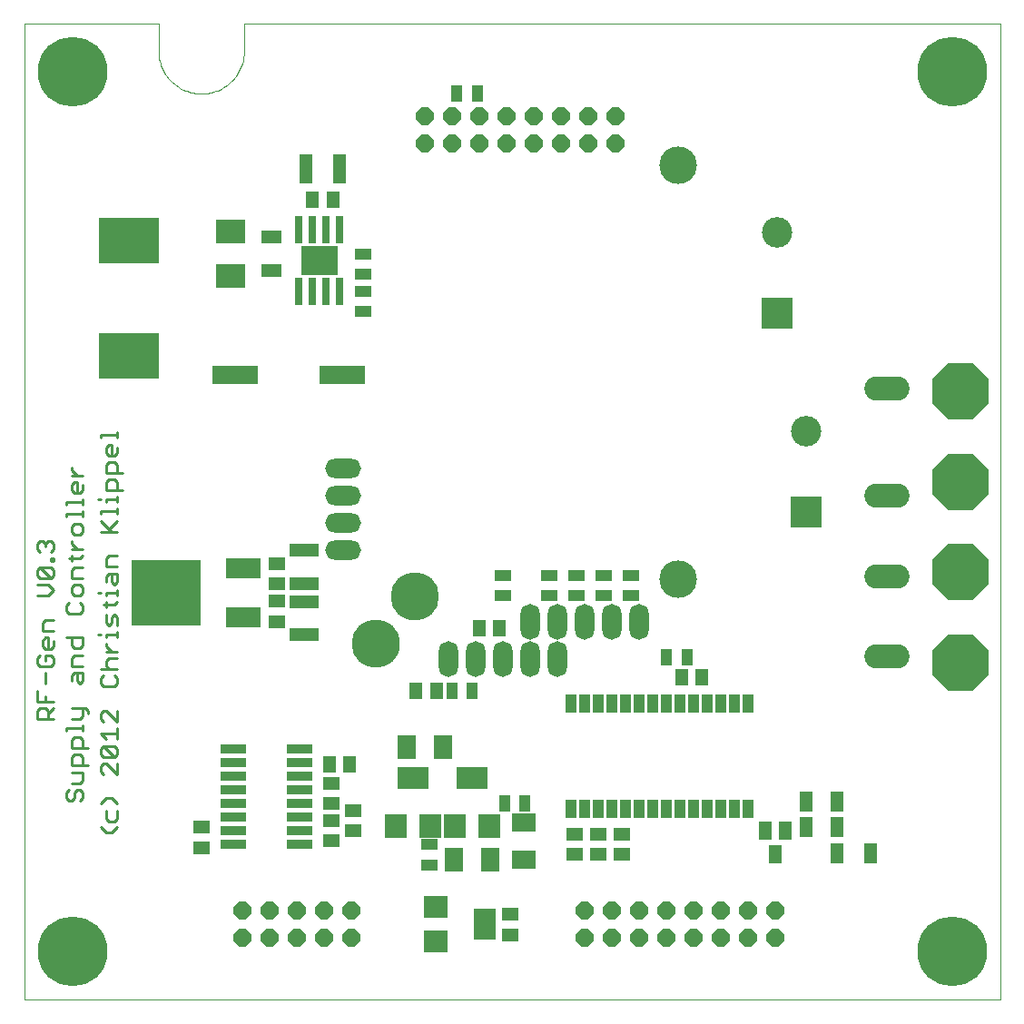
<source format=gts>
G75*
G70*
%OFA0B0*%
%FSLAX24Y24*%
%IPPOS*%
%LPD*%
%AMOC8*
5,1,8,0,0,1.08239X$1,22.5*
%
%ADD10C,0.0000*%
%ADD11C,0.1772*%
%ADD12C,0.1378*%
%ADD13C,0.0100*%
%ADD14O,0.1654X0.0886*%
%ADD15R,0.1118X0.1118*%
%ADD16C,0.1118*%
%ADD17R,0.0315X0.0984*%
%ADD18R,0.1339X0.1063*%
%ADD19R,0.2244X0.1693*%
%ADD20R,0.0748X0.0472*%
%ADD21R,0.0630X0.0394*%
%ADD22R,0.0472X0.1102*%
%ADD23R,0.1102X0.0906*%
%ADD24R,0.0472X0.0630*%
%ADD25R,0.1693X0.0709*%
%ADD26R,0.1102X0.0472*%
%ADD27R,0.0630X0.0472*%
%ADD28C,0.2559*%
%ADD29R,0.0394X0.0709*%
%ADD30O,0.0718X0.1318*%
%ADD31R,0.0394X0.0630*%
%ADD32R,0.0472X0.0748*%
%ADD33R,0.0512X0.0669*%
%ADD34R,0.0906X0.0827*%
%ADD35R,0.0827X0.1142*%
%ADD36R,0.0918X0.0378*%
%ADD37R,0.0827X0.0906*%
%ADD38R,0.1142X0.0827*%
%ADD39OC8,0.2087*%
%ADD40OC8,0.0658*%
%ADD41R,0.0709X0.0906*%
%ADD42R,0.0906X0.0709*%
%ADD43O,0.1318X0.0718*%
%ADD44R,0.1299X0.0748*%
%ADD45R,0.2559X0.2402*%
D10*
X001930Y001930D02*
X001930Y037757D01*
X006851Y037757D01*
X006851Y036772D01*
X006853Y036695D01*
X006859Y036618D01*
X006868Y036541D01*
X006881Y036465D01*
X006898Y036389D01*
X006919Y036315D01*
X006943Y036241D01*
X006971Y036169D01*
X007002Y036099D01*
X007037Y036030D01*
X007075Y035962D01*
X007116Y035897D01*
X007161Y035834D01*
X007209Y035773D01*
X007259Y035714D01*
X007312Y035658D01*
X007368Y035605D01*
X007427Y035555D01*
X007488Y035507D01*
X007551Y035462D01*
X007616Y035421D01*
X007684Y035383D01*
X007753Y035348D01*
X007823Y035317D01*
X007895Y035289D01*
X007969Y035265D01*
X008043Y035244D01*
X008119Y035227D01*
X008195Y035214D01*
X008272Y035205D01*
X008349Y035199D01*
X008426Y035197D01*
X008503Y035199D01*
X008580Y035205D01*
X008657Y035214D01*
X008733Y035227D01*
X008809Y035244D01*
X008883Y035265D01*
X008957Y035289D01*
X009029Y035317D01*
X009099Y035348D01*
X009168Y035383D01*
X009236Y035421D01*
X009301Y035462D01*
X009364Y035507D01*
X009425Y035555D01*
X009484Y035605D01*
X009540Y035658D01*
X009593Y035714D01*
X009643Y035773D01*
X009691Y035834D01*
X009736Y035897D01*
X009777Y035962D01*
X009815Y036030D01*
X009850Y036099D01*
X009881Y036169D01*
X009909Y036241D01*
X009933Y036315D01*
X009954Y036389D01*
X009971Y036465D01*
X009984Y036541D01*
X009993Y036618D01*
X009999Y036695D01*
X010001Y036772D01*
X010001Y037757D01*
X037757Y037757D01*
X037757Y001930D01*
X001930Y001930D01*
X014018Y015002D02*
X014021Y015077D01*
X014032Y015152D01*
X014049Y015225D01*
X014072Y015297D01*
X014102Y015366D01*
X014138Y015432D01*
X014180Y015494D01*
X014228Y015553D01*
X014281Y015606D01*
X014338Y015655D01*
X014399Y015699D01*
X014465Y015736D01*
X014533Y015768D01*
X014604Y015793D01*
X014677Y015812D01*
X014751Y015824D01*
X014826Y015829D01*
X014901Y015827D01*
X014976Y015819D01*
X015050Y015803D01*
X015122Y015781D01*
X015192Y015753D01*
X015258Y015718D01*
X015322Y015678D01*
X015381Y015631D01*
X015436Y015580D01*
X015487Y015524D01*
X015531Y015463D01*
X015570Y015399D01*
X015604Y015331D01*
X015630Y015261D01*
X015651Y015189D01*
X015664Y015115D01*
X015671Y015040D01*
X015671Y014964D01*
X015664Y014889D01*
X015651Y014815D01*
X015630Y014743D01*
X015604Y014673D01*
X015570Y014605D01*
X015531Y014541D01*
X015487Y014480D01*
X015436Y014424D01*
X015381Y014373D01*
X015322Y014326D01*
X015259Y014286D01*
X015192Y014251D01*
X015122Y014223D01*
X015050Y014201D01*
X014976Y014185D01*
X014901Y014177D01*
X014826Y014175D01*
X014751Y014180D01*
X014677Y014192D01*
X014604Y014211D01*
X014533Y014236D01*
X014465Y014268D01*
X014399Y014305D01*
X014338Y014349D01*
X014281Y014398D01*
X014228Y014451D01*
X014180Y014510D01*
X014138Y014572D01*
X014102Y014638D01*
X014072Y014707D01*
X014049Y014779D01*
X014032Y014852D01*
X014021Y014927D01*
X014018Y015002D01*
X015425Y016720D02*
X015428Y016795D01*
X015439Y016870D01*
X015456Y016943D01*
X015479Y017015D01*
X015509Y017084D01*
X015545Y017150D01*
X015587Y017212D01*
X015635Y017271D01*
X015688Y017324D01*
X015745Y017373D01*
X015806Y017417D01*
X015872Y017454D01*
X015940Y017486D01*
X016011Y017511D01*
X016084Y017530D01*
X016158Y017542D01*
X016233Y017547D01*
X016308Y017545D01*
X016383Y017537D01*
X016457Y017521D01*
X016529Y017499D01*
X016599Y017471D01*
X016665Y017436D01*
X016729Y017396D01*
X016788Y017349D01*
X016843Y017298D01*
X016894Y017242D01*
X016938Y017181D01*
X016977Y017117D01*
X017011Y017049D01*
X017037Y016979D01*
X017058Y016907D01*
X017071Y016833D01*
X017078Y016758D01*
X017078Y016682D01*
X017071Y016607D01*
X017058Y016533D01*
X017037Y016461D01*
X017011Y016391D01*
X016977Y016323D01*
X016938Y016259D01*
X016894Y016198D01*
X016843Y016142D01*
X016788Y016091D01*
X016729Y016044D01*
X016666Y016004D01*
X016599Y015969D01*
X016529Y015941D01*
X016457Y015919D01*
X016383Y015903D01*
X016308Y015895D01*
X016233Y015893D01*
X016158Y015898D01*
X016084Y015910D01*
X016011Y015929D01*
X015940Y015954D01*
X015872Y015986D01*
X015806Y016023D01*
X015745Y016067D01*
X015688Y016116D01*
X015635Y016169D01*
X015587Y016228D01*
X015545Y016290D01*
X015509Y016356D01*
X015479Y016425D01*
X015456Y016497D01*
X015439Y016570D01*
X015428Y016645D01*
X015425Y016720D01*
X025309Y017377D02*
X025312Y017434D01*
X025319Y017491D01*
X025332Y017547D01*
X025350Y017601D01*
X025373Y017654D01*
X025401Y017704D01*
X025433Y017752D01*
X025469Y017796D01*
X025509Y017837D01*
X025553Y017875D01*
X025599Y017908D01*
X025649Y017936D01*
X025701Y017960D01*
X025755Y017980D01*
X025811Y017994D01*
X025867Y018003D01*
X025925Y018007D01*
X025982Y018006D01*
X026039Y017999D01*
X026095Y017987D01*
X026150Y017971D01*
X026203Y017949D01*
X026254Y017923D01*
X026302Y017892D01*
X026348Y017857D01*
X026390Y017817D01*
X026428Y017775D01*
X026462Y017728D01*
X026492Y017679D01*
X026517Y017628D01*
X026537Y017574D01*
X026553Y017519D01*
X026563Y017463D01*
X026568Y017406D01*
X026568Y017348D01*
X026563Y017291D01*
X026553Y017235D01*
X026537Y017180D01*
X026517Y017126D01*
X026492Y017075D01*
X026462Y017026D01*
X026428Y016979D01*
X026390Y016937D01*
X026348Y016897D01*
X026302Y016862D01*
X026254Y016831D01*
X026203Y016805D01*
X026150Y016783D01*
X026095Y016767D01*
X026039Y016755D01*
X025982Y016748D01*
X025925Y016747D01*
X025867Y016751D01*
X025811Y016760D01*
X025755Y016774D01*
X025701Y016794D01*
X025649Y016818D01*
X025599Y016846D01*
X025553Y016879D01*
X025509Y016917D01*
X025469Y016958D01*
X025433Y017002D01*
X025401Y017050D01*
X025373Y017100D01*
X025350Y017153D01*
X025332Y017207D01*
X025319Y017263D01*
X025312Y017320D01*
X025309Y017377D01*
X025309Y032564D02*
X025312Y032621D01*
X025319Y032678D01*
X025332Y032734D01*
X025350Y032788D01*
X025373Y032841D01*
X025401Y032891D01*
X025433Y032939D01*
X025469Y032983D01*
X025509Y033024D01*
X025553Y033062D01*
X025599Y033095D01*
X025649Y033123D01*
X025701Y033147D01*
X025755Y033167D01*
X025811Y033181D01*
X025867Y033190D01*
X025925Y033194D01*
X025982Y033193D01*
X026039Y033186D01*
X026095Y033174D01*
X026150Y033158D01*
X026203Y033136D01*
X026254Y033110D01*
X026302Y033079D01*
X026348Y033044D01*
X026390Y033004D01*
X026428Y032962D01*
X026462Y032915D01*
X026492Y032866D01*
X026517Y032815D01*
X026537Y032761D01*
X026553Y032706D01*
X026563Y032650D01*
X026568Y032593D01*
X026568Y032535D01*
X026563Y032478D01*
X026553Y032422D01*
X026537Y032367D01*
X026517Y032313D01*
X026492Y032262D01*
X026462Y032213D01*
X026428Y032166D01*
X026390Y032124D01*
X026348Y032084D01*
X026302Y032049D01*
X026254Y032018D01*
X026203Y031992D01*
X026150Y031970D01*
X026095Y031954D01*
X026039Y031942D01*
X025982Y031935D01*
X025925Y031934D01*
X025867Y031938D01*
X025811Y031947D01*
X025755Y031961D01*
X025701Y031981D01*
X025649Y032005D01*
X025599Y032033D01*
X025553Y032066D01*
X025509Y032104D01*
X025469Y032145D01*
X025433Y032189D01*
X025401Y032237D01*
X025373Y032287D01*
X025350Y032340D01*
X025332Y032394D01*
X025319Y032450D01*
X025312Y032507D01*
X025309Y032564D01*
D11*
X016252Y016720D03*
X014845Y015002D03*
D12*
X025939Y017377D03*
X025939Y032564D03*
D13*
X005326Y022754D02*
X005326Y022553D01*
X005326Y022653D02*
X004726Y022653D01*
X004726Y022553D01*
X005026Y022309D02*
X004926Y022209D01*
X004926Y022009D01*
X005026Y021909D01*
X005226Y021909D01*
X005326Y022009D01*
X005326Y022209D01*
X005126Y022309D02*
X005126Y021909D01*
X005026Y021665D02*
X005226Y021665D01*
X005326Y021565D01*
X005326Y021264D01*
X005527Y021264D02*
X004926Y021264D01*
X004926Y021565D01*
X005026Y021665D01*
X005026Y022309D02*
X005126Y022309D01*
X004077Y021163D02*
X003676Y021163D01*
X003676Y021363D02*
X003676Y021463D01*
X003676Y021363D02*
X003876Y021163D01*
X003876Y020919D02*
X003876Y020518D01*
X003776Y020518D02*
X003676Y020618D01*
X003676Y020819D01*
X003776Y020919D01*
X003876Y020919D01*
X004077Y020819D02*
X004077Y020618D01*
X003977Y020518D01*
X003776Y020518D01*
X004077Y020289D02*
X004077Y020089D01*
X004077Y020189D02*
X003476Y020189D01*
X003476Y020089D01*
X003476Y019759D02*
X004077Y019759D01*
X004077Y019659D02*
X004077Y019859D01*
X004726Y019860D02*
X004726Y019760D01*
X004726Y019860D02*
X005326Y019860D01*
X005326Y019760D02*
X005326Y019961D01*
X005326Y020190D02*
X005326Y020390D01*
X005326Y020290D02*
X004926Y020290D01*
X004926Y020190D01*
X004726Y020290D02*
X004626Y020290D01*
X004926Y020620D02*
X004926Y020920D01*
X005026Y021020D01*
X005226Y021020D01*
X005326Y020920D01*
X005326Y020620D01*
X005527Y020620D02*
X004926Y020620D01*
X004726Y019516D02*
X005126Y019116D01*
X005026Y019216D02*
X005326Y019516D01*
X005326Y019116D02*
X004726Y019116D01*
X004077Y019114D02*
X003977Y019014D01*
X003776Y019014D01*
X003676Y019114D01*
X003676Y019315D01*
X003776Y019415D01*
X003977Y019415D01*
X004077Y019315D01*
X004077Y019114D01*
X003676Y018778D02*
X003676Y018677D01*
X003876Y018477D01*
X003676Y018477D02*
X004077Y018477D01*
X004077Y018248D02*
X003977Y018148D01*
X003576Y018148D01*
X003676Y018048D02*
X003676Y018248D01*
X003776Y017803D02*
X004077Y017803D01*
X003776Y017803D02*
X003676Y017703D01*
X003676Y017403D01*
X004077Y017403D01*
X003977Y017159D02*
X003776Y017159D01*
X003676Y017059D01*
X003676Y016859D01*
X003776Y016759D01*
X003977Y016759D01*
X004077Y016859D01*
X004077Y017059D01*
X003977Y017159D01*
X004626Y016853D02*
X004726Y016853D01*
X004926Y016853D02*
X005326Y016853D01*
X005326Y016753D02*
X005326Y016953D01*
X005226Y017182D02*
X005126Y017282D01*
X005126Y017583D01*
X005026Y017583D02*
X005326Y017583D01*
X005326Y017282D01*
X005226Y017182D01*
X004926Y017282D02*
X004926Y017483D01*
X005026Y017583D01*
X004926Y017827D02*
X004926Y018127D01*
X005026Y018227D01*
X005326Y018227D01*
X005326Y017827D02*
X004926Y017827D01*
X004926Y016853D02*
X004926Y016753D01*
X004926Y016523D02*
X004926Y016323D01*
X004826Y016423D02*
X005226Y016423D01*
X005326Y016523D01*
X005226Y016079D02*
X005126Y015979D01*
X005126Y015778D01*
X005026Y015678D01*
X004926Y015778D01*
X004926Y016079D01*
X005226Y016079D02*
X005326Y015979D01*
X005326Y015678D01*
X005326Y015449D02*
X005326Y015249D01*
X005326Y015349D02*
X004926Y015349D01*
X004926Y015249D01*
X004726Y015349D02*
X004626Y015349D01*
X004926Y015012D02*
X004926Y014912D01*
X005126Y014712D01*
X005326Y014712D02*
X004926Y014712D01*
X005026Y014467D02*
X005326Y014467D01*
X005026Y014467D02*
X004926Y014367D01*
X004926Y014167D01*
X005026Y014067D01*
X004726Y014067D02*
X005326Y014067D01*
X005226Y013823D02*
X005326Y013723D01*
X005326Y013523D01*
X005226Y013423D01*
X004826Y013423D01*
X004726Y013523D01*
X004726Y013723D01*
X004826Y013823D01*
X004077Y013936D02*
X004077Y013636D01*
X003977Y013536D01*
X003876Y013636D01*
X003876Y013936D01*
X003776Y013936D02*
X004077Y013936D01*
X004077Y014180D02*
X003676Y014180D01*
X003676Y014481D01*
X003776Y014581D01*
X004077Y014581D01*
X003977Y014825D02*
X003776Y014825D01*
X003676Y014925D01*
X003676Y015225D01*
X003476Y015225D02*
X004077Y015225D01*
X004077Y014925D01*
X003977Y014825D01*
X003776Y013936D02*
X003676Y013836D01*
X003676Y013636D01*
X003014Y014273D02*
X003014Y014473D01*
X002914Y014573D01*
X002714Y014573D01*
X002714Y014373D01*
X002514Y014573D02*
X002414Y014473D01*
X002414Y014273D01*
X002514Y014173D01*
X002914Y014173D01*
X003014Y014273D01*
X002714Y013928D02*
X002714Y013528D01*
X002414Y013284D02*
X002414Y012884D01*
X003014Y012884D01*
X003014Y012639D02*
X002814Y012439D01*
X002814Y012539D02*
X002814Y012239D01*
X003014Y012239D02*
X002414Y012239D01*
X002414Y012539D01*
X002514Y012639D01*
X002714Y012639D01*
X002814Y012539D01*
X002714Y012884D02*
X002714Y013084D01*
X003476Y011917D02*
X004077Y011917D01*
X004077Y011817D02*
X004077Y012017D01*
X003977Y012247D02*
X004077Y012347D01*
X004077Y012647D01*
X004177Y012647D02*
X004277Y012547D01*
X004277Y012447D01*
X004177Y012647D02*
X003676Y012647D01*
X003676Y012247D02*
X003977Y012247D01*
X003977Y011573D02*
X003776Y011573D01*
X003676Y011473D01*
X003676Y011173D01*
X004277Y011173D01*
X004077Y011173D02*
X004077Y011473D01*
X003977Y011573D01*
X004726Y011689D02*
X005326Y011689D01*
X005326Y011489D02*
X005326Y011889D01*
X005326Y012134D02*
X004926Y012534D01*
X004826Y012534D01*
X004726Y012434D01*
X004726Y012234D01*
X004826Y012134D01*
X004726Y011689D02*
X004926Y011489D01*
X004826Y011245D02*
X005226Y010844D01*
X005326Y010945D01*
X005326Y011145D01*
X005226Y011245D01*
X004826Y011245D01*
X004726Y011145D01*
X004726Y010945D01*
X004826Y010844D01*
X005226Y010844D01*
X005326Y010600D02*
X005326Y010200D01*
X004926Y010600D01*
X004826Y010600D01*
X004726Y010500D01*
X004726Y010300D01*
X004826Y010200D01*
X004277Y010528D02*
X003676Y010528D01*
X003676Y010828D01*
X003776Y010928D01*
X003977Y010928D01*
X004077Y010828D01*
X004077Y010528D01*
X004077Y010284D02*
X003676Y010284D01*
X003676Y009884D02*
X003977Y009884D01*
X004077Y009984D01*
X004077Y010284D01*
X003977Y009639D02*
X003876Y009639D01*
X003776Y009539D01*
X003776Y009339D01*
X003676Y009239D01*
X003576Y009239D01*
X003476Y009339D01*
X003476Y009539D01*
X003576Y009639D01*
X003977Y009639D02*
X004077Y009539D01*
X004077Y009339D01*
X003977Y009239D01*
X004726Y009126D02*
X004926Y009326D01*
X005126Y009326D01*
X005326Y009126D01*
X005326Y008881D02*
X005326Y008581D01*
X005226Y008481D01*
X005026Y008481D01*
X004926Y008581D01*
X004926Y008881D01*
X004726Y008252D02*
X004926Y008051D01*
X005126Y008051D01*
X005326Y008252D01*
X003476Y011817D02*
X003476Y011917D01*
X005326Y012134D02*
X005326Y012534D01*
X003014Y014917D02*
X002914Y014817D01*
X002714Y014817D01*
X002614Y014917D01*
X002614Y015117D01*
X002714Y015218D01*
X002814Y015218D01*
X002814Y014817D01*
X003014Y014917D02*
X003014Y015117D01*
X003014Y015462D02*
X002614Y015462D01*
X002614Y015762D01*
X002714Y015862D01*
X003014Y015862D01*
X003476Y016214D02*
X003576Y016114D01*
X003977Y016114D01*
X004077Y016214D01*
X004077Y016414D01*
X003977Y016514D01*
X003576Y016514D02*
X003476Y016414D01*
X003476Y016214D01*
X002814Y016751D02*
X002414Y016751D01*
X002814Y016751D02*
X003014Y016951D01*
X002814Y017151D01*
X002414Y017151D01*
X002514Y017395D02*
X002414Y017495D01*
X002414Y017696D01*
X002514Y017796D01*
X002914Y017395D01*
X003014Y017495D01*
X003014Y017696D01*
X002914Y017796D01*
X002514Y017796D01*
X002514Y017395D02*
X002914Y017395D01*
X002914Y018040D02*
X002914Y018140D01*
X003014Y018140D01*
X003014Y018040D01*
X002914Y018040D01*
X002914Y018362D02*
X003014Y018462D01*
X003014Y018662D01*
X002914Y018762D01*
X002814Y018762D01*
X002714Y018662D01*
X002714Y018562D01*
X002714Y018662D02*
X002614Y018762D01*
X002514Y018762D01*
X002414Y018662D01*
X002414Y018462D01*
X002514Y018362D01*
X003476Y019659D02*
X003476Y019759D01*
D14*
X033615Y020423D03*
X033615Y017471D03*
X033615Y014518D03*
X033615Y024360D03*
D15*
X029564Y027150D03*
X030627Y019838D03*
D16*
X030627Y022790D03*
X029564Y030103D03*
D17*
X013502Y030206D03*
X013002Y030206D03*
X012502Y030206D03*
X012002Y030206D03*
X012002Y027922D03*
X012502Y027922D03*
X013002Y027922D03*
X013502Y027922D03*
D18*
X012752Y029064D03*
D19*
X005752Y029815D03*
X005752Y025563D03*
D20*
X011002Y028704D03*
X011002Y029924D03*
D21*
X014377Y029313D03*
X014377Y028565D03*
X014377Y027938D03*
X014377Y027190D03*
X019502Y017501D03*
X019502Y016753D03*
X021189Y016753D03*
X021189Y017501D03*
X022189Y017501D03*
X022189Y016753D03*
X023189Y016753D03*
X023189Y017501D03*
X024189Y017501D03*
X024189Y016753D03*
X016814Y007626D03*
X016814Y006878D03*
D22*
X013487Y032439D03*
X012266Y032439D03*
D23*
X009502Y030141D03*
X009502Y028487D03*
D24*
X012503Y031314D03*
X013251Y031314D03*
X018628Y015564D03*
X019376Y015564D03*
X017063Y013252D03*
X016315Y013252D03*
X013876Y010564D03*
X013128Y010564D03*
X026065Y013752D03*
X026813Y013752D03*
D25*
X013595Y024877D03*
X009658Y024877D03*
D26*
X012189Y018424D03*
X012189Y017204D03*
X012189Y016549D03*
X012189Y015329D03*
D27*
X011189Y015815D03*
X011189Y016563D03*
X011189Y017190D03*
X011189Y017938D03*
X013189Y009876D03*
X013189Y009128D03*
X013189Y008501D03*
X013189Y007753D03*
X014002Y008128D03*
X014002Y008876D03*
X008439Y008251D03*
X008439Y007503D03*
X019752Y005063D03*
X019752Y004315D03*
X022127Y007253D03*
X022127Y008001D03*
X023002Y008001D03*
X023002Y007253D03*
X023877Y007253D03*
X023877Y008001D03*
D28*
X035985Y003701D03*
X003701Y003701D03*
X003701Y035985D03*
X035985Y035985D03*
D29*
X028502Y012814D03*
X028002Y012814D03*
X027502Y012814D03*
X027002Y012814D03*
X026502Y012814D03*
X026002Y012814D03*
X025502Y012814D03*
X025002Y012814D03*
X024502Y012814D03*
X024002Y012814D03*
X023502Y012814D03*
X023002Y012814D03*
X022502Y012814D03*
X022002Y012814D03*
X022002Y008939D03*
X022502Y008939D03*
X023002Y008939D03*
X023502Y008939D03*
X024002Y008939D03*
X024502Y008939D03*
X025002Y008939D03*
X025502Y008939D03*
X026002Y008939D03*
X026502Y008939D03*
X027002Y008939D03*
X027502Y008939D03*
X028002Y008939D03*
X028502Y008939D03*
D30*
X024502Y015814D03*
X023502Y015814D03*
X022502Y015814D03*
X021502Y015814D03*
X020502Y015814D03*
X020502Y014439D03*
X019502Y014439D03*
X018502Y014439D03*
X017502Y014439D03*
X021502Y014439D03*
D31*
X018376Y013252D03*
X017628Y013252D03*
X019565Y009127D03*
X020313Y009127D03*
X025503Y014502D03*
X026251Y014502D03*
X018563Y035189D03*
X017815Y035189D03*
D32*
X030618Y009189D03*
X030618Y008252D03*
X031760Y008252D03*
X031766Y007314D03*
X032987Y007314D03*
X031760Y009189D03*
D33*
X029876Y008122D03*
X029128Y008122D03*
X029502Y007256D03*
D34*
X017050Y005319D03*
X017050Y004059D03*
D35*
X018821Y004689D03*
D36*
X012024Y007627D03*
X012024Y008127D03*
X012024Y008627D03*
X012024Y009127D03*
X012024Y009627D03*
X012024Y010127D03*
X012024Y010627D03*
X012024Y011127D03*
X009604Y011127D03*
X009604Y010627D03*
X009604Y010127D03*
X009604Y009627D03*
X009604Y009127D03*
X009604Y008627D03*
X009604Y008127D03*
X009604Y007627D03*
D37*
X015559Y008300D03*
X016819Y008300D03*
X017747Y008300D03*
X019007Y008300D03*
D38*
X018377Y010071D03*
X016189Y010071D03*
D39*
X036314Y014314D03*
X036314Y017627D03*
X036314Y020939D03*
X036314Y024252D03*
D40*
X023627Y033377D03*
X023627Y034377D03*
X022627Y034377D03*
X022627Y033377D03*
X021627Y033377D03*
X021627Y034377D03*
X020627Y034377D03*
X020627Y033377D03*
X019627Y033377D03*
X019627Y034377D03*
X018627Y034377D03*
X018627Y033377D03*
X017627Y033377D03*
X017627Y034377D03*
X016627Y034377D03*
X016627Y033377D03*
X013939Y005189D03*
X013939Y004189D03*
X012939Y004189D03*
X011939Y004189D03*
X010939Y004189D03*
X009939Y004189D03*
X009939Y005189D03*
X010939Y005189D03*
X011939Y005189D03*
X012939Y005189D03*
X022502Y005189D03*
X023502Y005189D03*
X024502Y005189D03*
X025502Y005189D03*
X026502Y005189D03*
X027502Y005189D03*
X028502Y005189D03*
X029502Y005189D03*
X029502Y004189D03*
X028502Y004189D03*
X027502Y004189D03*
X026502Y004189D03*
X025502Y004189D03*
X024502Y004189D03*
X023502Y004189D03*
X022502Y004189D03*
D41*
X019046Y007064D03*
X017707Y007064D03*
X017296Y011189D03*
X015957Y011189D03*
D42*
X020252Y008421D03*
X020252Y007082D03*
D43*
X013627Y018439D03*
X013627Y019439D03*
X013627Y020439D03*
X013627Y021439D03*
D44*
X009984Y017782D03*
X009984Y015971D03*
D45*
X007149Y016877D03*
M02*

</source>
